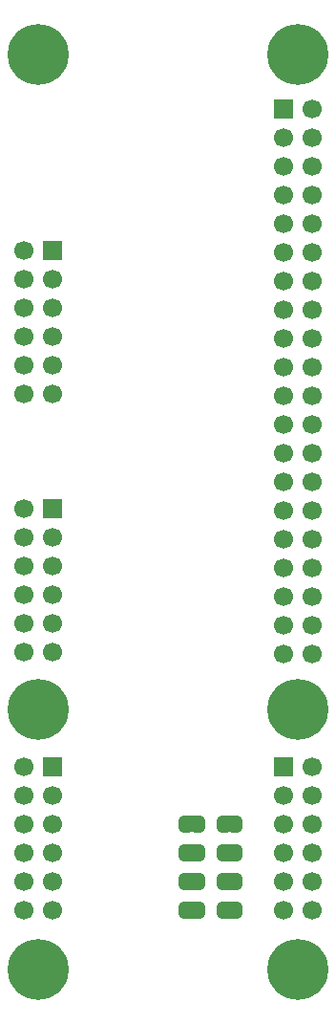
<source format=gbr>
%TF.GenerationSoftware,KiCad,Pcbnew,9.0.7*%
%TF.CreationDate,2026-02-02T21:57:33-08:00*%
%TF.ProjectId,IcePi_Zero_PMOD_Breakout,49636550-695f-45a6-9572-6f5f504d4f44,rev?*%
%TF.SameCoordinates,Original*%
%TF.FileFunction,Soldermask,Bot*%
%TF.FilePolarity,Negative*%
%FSLAX46Y46*%
G04 Gerber Fmt 4.6, Leading zero omitted, Abs format (unit mm)*
G04 Created by KiCad (PCBNEW 9.0.7) date 2026-02-02 21:57:33*
%MOMM*%
%LPD*%
G01*
G04 APERTURE LIST*
G04 Aperture macros list*
%AMFreePoly0*
4,1,23,0.500000,-0.750000,0.000000,-0.750000,0.000000,-0.745722,-0.065263,-0.745722,-0.191342,-0.711940,-0.304381,-0.646677,-0.396677,-0.554381,-0.461940,-0.441342,-0.495722,-0.315263,-0.495722,-0.250000,-0.500000,-0.250000,-0.500000,0.250000,-0.495722,0.250000,-0.495722,0.315263,-0.461940,0.441342,-0.396677,0.554381,-0.304381,0.646677,-0.191342,0.711940,-0.065263,0.745722,0.000000,0.745722,
0.000000,0.750000,0.500000,0.750000,0.500000,-0.750000,0.500000,-0.750000,$1*%
%AMFreePoly1*
4,1,23,0.000000,0.745722,0.065263,0.745722,0.191342,0.711940,0.304381,0.646677,0.396677,0.554381,0.461940,0.441342,0.495722,0.315263,0.495722,0.250000,0.500000,0.250000,0.500000,-0.250000,0.495722,-0.250000,0.495722,-0.315263,0.461940,-0.441342,0.396677,-0.554381,0.304381,-0.646677,0.191342,-0.711940,0.065263,-0.745722,0.000000,-0.745722,0.000000,-0.750000,-0.500000,-0.750000,
-0.500000,0.750000,0.000000,0.750000,0.000000,0.745722,0.000000,0.745722,$1*%
G04 Aperture macros list end*
%ADD10C,5.400000*%
%ADD11R,1.700000X1.700000*%
%ADD12C,1.700000*%
%ADD13FreePoly0,180.000000*%
%ADD14FreePoly1,180.000000*%
G04 APERTURE END LIST*
%TO.C,JP7*%
G36*
X86850000Y-110225000D02*
G01*
X86550000Y-110225000D01*
X86550000Y-111725000D01*
X86850000Y-111725000D01*
X86850000Y-110225000D01*
G37*
%TO.C,JP2*%
G36*
X83500000Y-107675000D02*
G01*
X83200000Y-107675000D01*
X83200000Y-109175000D01*
X83500000Y-109175000D01*
X83500000Y-107675000D01*
G37*
%TO.C,JP8*%
G36*
X86850000Y-112775000D02*
G01*
X86550000Y-112775000D01*
X86550000Y-114275000D01*
X86850000Y-114275000D01*
X86850000Y-112775000D01*
G37*
%TO.C,JP1*%
G36*
X83500000Y-105125000D02*
G01*
X83200000Y-105125000D01*
X83200000Y-106625000D01*
X83500000Y-106625000D01*
X83500000Y-105125000D01*
G37*
%TO.C,JP3*%
G36*
X83500000Y-110225000D02*
G01*
X83200000Y-110225000D01*
X83200000Y-111725000D01*
X83500000Y-111725000D01*
X83500000Y-110225000D01*
G37*
%TO.C,JP6*%
G36*
X86850000Y-107675000D02*
G01*
X86550000Y-107675000D01*
X86550000Y-109175000D01*
X86850000Y-109175000D01*
X86850000Y-107675000D01*
G37*
%TO.C,JP4*%
G36*
X83500000Y-112775000D02*
G01*
X83200000Y-112775000D01*
X83200000Y-114275000D01*
X83500000Y-114275000D01*
X83500000Y-112775000D01*
G37*
%TO.C,JP5*%
G36*
X86850000Y-105125000D02*
G01*
X86550000Y-105125000D01*
X86550000Y-106625000D01*
X86850000Y-106625000D01*
X86850000Y-105125000D01*
G37*
%TD*%
D10*
%TO.C,H1*%
X69750000Y-37750000D03*
%TD*%
D11*
%TO.C,J1*%
X91497500Y-42620000D03*
D12*
X94037500Y-42620000D03*
X91497500Y-45160000D03*
X94037500Y-45160000D03*
X91497500Y-47700000D03*
X94037500Y-47700000D03*
X91497500Y-50240000D03*
X94037500Y-50240000D03*
X91497500Y-52780000D03*
X94037500Y-52780000D03*
X91497500Y-55320000D03*
X94037500Y-55320000D03*
X91497500Y-57860000D03*
X94037500Y-57860000D03*
X91497500Y-60400000D03*
X94037500Y-60400000D03*
X91497500Y-62940000D03*
X94037500Y-62940000D03*
X91497500Y-65480000D03*
X94037500Y-65480000D03*
X91497500Y-68020000D03*
X94037500Y-68020000D03*
X91497500Y-70560000D03*
X94037500Y-70560000D03*
X91497500Y-73100000D03*
X94037500Y-73100000D03*
X91497500Y-75640000D03*
X94037500Y-75640000D03*
X91497500Y-78180000D03*
X94037500Y-78180000D03*
X91497500Y-80720000D03*
X94037500Y-80720000D03*
X91497500Y-83260000D03*
X94037500Y-83260000D03*
X91497500Y-85800000D03*
X94037500Y-85800000D03*
X91497500Y-88340000D03*
X94037500Y-88340000D03*
X91497500Y-90880000D03*
X94037500Y-90880000D03*
%TD*%
D11*
%TO.C,J3*%
X71020000Y-77970000D03*
D12*
X68480000Y-77970000D03*
X71020000Y-80510000D03*
X68480000Y-80510000D03*
X71020000Y-83050000D03*
X68480000Y-83050000D03*
X71020000Y-85590000D03*
X68480000Y-85590000D03*
X71020000Y-88130000D03*
X68480000Y-88130000D03*
X71020000Y-90670000D03*
X68480000Y-90670000D03*
%TD*%
D10*
%TO.C,H5*%
X69750000Y-118750001D03*
%TD*%
D11*
%TO.C,J4*%
X71020000Y-100830000D03*
D12*
X68480000Y-100830000D03*
X71020000Y-103370000D03*
X68480000Y-103370000D03*
X71020000Y-105910000D03*
X68480000Y-105910000D03*
X71020000Y-108450000D03*
X68480000Y-108450000D03*
X71020000Y-110990000D03*
X68480000Y-110990000D03*
X71020000Y-113530000D03*
X68480000Y-113530000D03*
%TD*%
D10*
%TO.C,H4*%
X92750000Y-95750000D03*
%TD*%
%TO.C,H3*%
X69750000Y-95750000D03*
%TD*%
D11*
%TO.C,J5*%
X91475000Y-100830000D03*
D12*
X94015000Y-100830000D03*
X91475000Y-103370000D03*
X94015000Y-103370000D03*
X91475000Y-105910000D03*
X94015000Y-105910000D03*
X91475000Y-108450000D03*
X94015000Y-108450000D03*
X91475000Y-110990000D03*
X94015000Y-110990000D03*
X91475000Y-113530000D03*
X94015000Y-113530000D03*
%TD*%
D10*
%TO.C,H2*%
X92750000Y-37750000D03*
%TD*%
D11*
%TO.C,J2*%
X71020000Y-55110000D03*
D12*
X68480000Y-55110000D03*
X71020000Y-57650000D03*
X68480000Y-57650000D03*
X71020000Y-60190000D03*
X68480000Y-60190000D03*
X71020000Y-62730000D03*
X68480000Y-62730000D03*
X71020000Y-65270000D03*
X68480000Y-65270000D03*
X71020000Y-67810000D03*
X68480000Y-67810000D03*
%TD*%
D10*
%TO.C,H6*%
X92750000Y-118750001D03*
%TD*%
D13*
%TO.C,JP7*%
X87350000Y-110975000D03*
D14*
X86050000Y-110975000D03*
%TD*%
D13*
%TO.C,JP2*%
X84000000Y-108425000D03*
D14*
X82700000Y-108425000D03*
%TD*%
D13*
%TO.C,JP8*%
X87350000Y-113525000D03*
D14*
X86050000Y-113525000D03*
%TD*%
D13*
%TO.C,JP1*%
X84000000Y-105875000D03*
D14*
X82700000Y-105875000D03*
%TD*%
D13*
%TO.C,JP3*%
X84000000Y-110975000D03*
D14*
X82700000Y-110975000D03*
%TD*%
D13*
%TO.C,JP6*%
X87350000Y-108425000D03*
D14*
X86050000Y-108425000D03*
%TD*%
D13*
%TO.C,JP4*%
X84000000Y-113525000D03*
D14*
X82700000Y-113525000D03*
%TD*%
D13*
%TO.C,JP5*%
X87350000Y-105875000D03*
D14*
X86050000Y-105875000D03*
%TD*%
M02*

</source>
